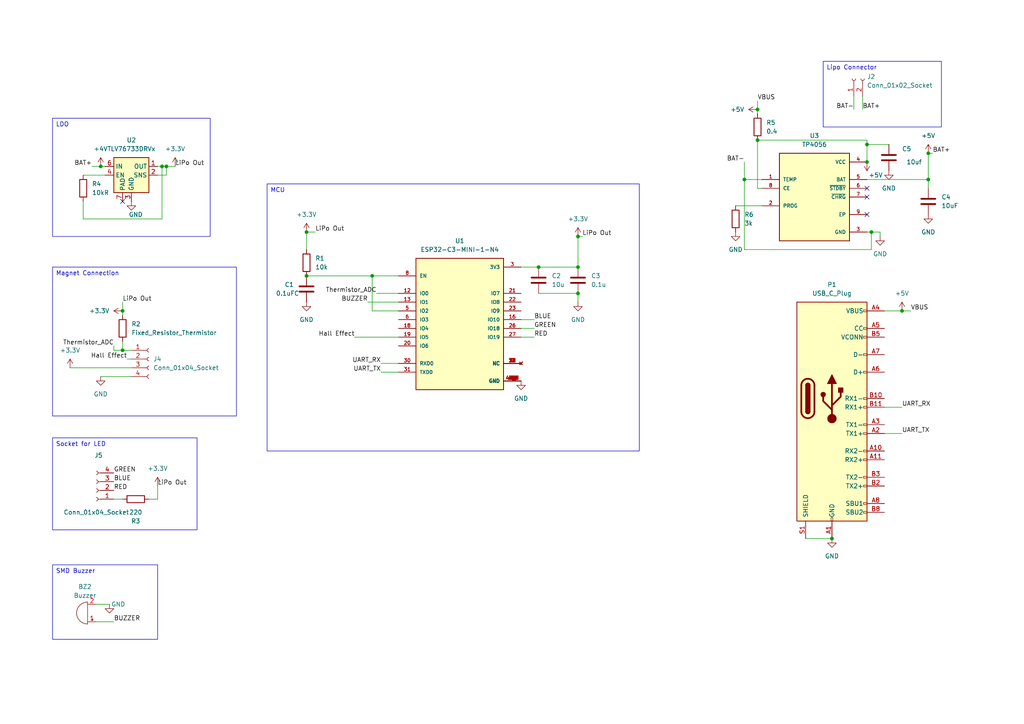
<source format=kicad_sch>
(kicad_sch (version 20230121) (generator eeschema)
  (paper "A4")
  (lib_symbols
    (symbol "Connector:Conn_01x02_Socket" (pin_names (offset 1.016) hide)
      (property "Reference" "J" (at 0 2.54 0))
      (property "Value" "Conn_01x02_Socket" (at 0 -5.08 0))
      (symbol "Conn_01x02_Socket_1_1"
        (arc (start 0 -2.032) (mid -0.5058 -2.54) (end 0 -3.048) (stroke (width 0.1524)))
        (polyline (pts (xy -1.27 -2.54) (xy -0.508 -2.54)) (stroke (width 0.1524)))
        (polyline (pts (xy -1.27 0) (xy -0.508 0)) (stroke (width 0.1524)))
        (arc (start 0 0.508) (mid -0.5058 0) (end 0 -0.508) (stroke (width 0.1524)))
        (pin passive line (at -5.08 0 0) (length 3.81) (name "Pin_1") (number "1"))
        (pin passive line (at -5.08 -2.54 0) (length 3.81) (name "Pin_2") (number "2"))
      )
    )
    (symbol "Connector:Conn_01x04_Socket" (pin_names (offset 1.016) hide)
      (property "Reference" "J" (at 0 5.08 0))
      (property "Value" "Conn_01x04_Socket" (at 0 -7.62 0))
      (symbol "Conn_01x04_Socket_1_1"
        (arc (start 0 -4.572) (mid -0.5058 -5.08) (end 0 -5.588) (stroke (width 0.1524)))
        (arc (start 0 -2.032) (mid -0.5058 -2.54) (end 0 -3.048) (stroke (width 0.1524)))
        (polyline (pts (xy -1.27 -5.08) (xy -0.508 -5.08)) (stroke (width 0.1524)))
        (polyline (pts (xy -1.27 -2.54) (xy -0.508 -2.54)) (stroke (width 0.1524)))
        (polyline (pts (xy -1.27 0) (xy -0.508 0)) (stroke (width 0.1524)))
        (polyline (pts (xy -1.27 2.54) (xy -0.508 2.54)) (stroke (width 0.1524)))
        (arc (start 0 0.508) (mid -0.5058 0) (end 0 -0.508) (stroke (width 0.1524)))
        (arc (start 0 3.048) (mid -0.5058 2.54) (end 0 2.032) (stroke (width 0.1524)))
        (pin passive line (at -5.08 2.54 0) (length 3.81) (name "Pin_1") (number "1"))
        (pin passive line (at -5.08 0 0) (length 3.81) (name "Pin_2") (number "2"))
        (pin passive line (at -5.08 -2.54 0) (length 3.81) (name "Pin_3") (number "3"))
        (pin passive line (at -5.08 -5.08 0) (length 3.81) (name "Pin_4") (number "4"))
      )
    )
    (symbol "Connector:USB_C_Plug" (pin_names (offset 1.016))
      (property "Reference" "P" (at -10.16 29.21 0))
      (property "Value" "USB_C_Plug" (at 10.16 29.21 0))
      (symbol "USB_C_Plug_0_0"
        (rectangle (start -0.254 -35.56) (end 0.254 -34.544))
        (rectangle (start 10.16 -32.766) (end 9.144 -33.274))
        (rectangle (start 10.16 -30.226) (end 9.144 -30.734))
        (rectangle (start 10.16 -25.146) (end 9.144 -25.654))
        (rectangle (start 10.16 -22.606) (end 9.144 -23.114))
        (rectangle (start 10.16 -17.526) (end 9.144 -18.034))
        (rectangle (start 10.16 -14.986) (end 9.144 -15.494))
        (rectangle (start 10.16 -9.906) (end 9.144 -10.414))
        (rectangle (start 10.16 -7.366) (end 9.144 -7.874))
        (rectangle (start 10.16 -2.286) (end 9.144 -2.794))
        (rectangle (start 10.16 0.254) (end 9.144 -0.254))
        (rectangle (start 10.16 7.874) (end 9.144 7.366))
        (rectangle (start 10.16 12.954) (end 9.144 12.446))
        (rectangle (start 10.16 18.034) (end 9.144 17.526))
        (rectangle (start 10.16 20.574) (end 9.144 20.066))
        (rectangle (start 10.16 25.654) (end 9.144 25.146))
      )
      (symbol "USB_C_Plug_0_1"
        (rectangle (start -10.16 27.94) (end 10.16 -35.56) (stroke (width 0.254)) (fill (type background)))
        (arc (start -8.89 -3.81) (mid -6.985 -5.7067) (end -5.08 -3.81) (stroke (width 0.508)))
        (arc (start -7.62 -3.81) (mid -6.985 -4.4423) (end -6.35 -3.81) (stroke (width 0.254)))
        (arc (start -7.62 -3.81) (mid -6.985 -4.4423) (end -6.35 -3.81) (stroke (width 0.254)) (fill (type outline)))
        (rectangle (start -7.62 -3.81) (end -6.35 3.81) (stroke (width 0.254)) (fill (type outline)))
        (arc (start -6.35 3.81) (mid -6.985 4.4423) (end -7.62 3.81) (stroke (width 0.254)))
        (arc (start -6.35 3.81) (mid -6.985 4.4423) (end -7.62 3.81) (stroke (width 0.254)) (fill (type outline)))
        (arc (start -5.08 3.81) (mid -6.985 5.7067) (end -8.89 3.81) (stroke (width 0.508)))
        (polyline (pts (xy -8.89 -3.81) (xy -8.89 3.81)) (stroke (width 0.508)))
        (polyline (pts (xy -5.08 3.81) (xy -5.08 -3.81)) (stroke (width 0.508)))
      )
      (symbol "USB_C_Plug_1_1"
        (circle (center -2.54 1.143) (radius 0.635) (stroke (width 0.254)) (fill (type outline)))
        (circle (center 0 -5.842) (radius 1.27) (fill (type outline)))
        (polyline (pts (xy 0 -5.842) (xy 0 4.318)) (stroke (width 0.508)))
        (polyline (pts (xy 0 -3.302) (xy -2.54 -0.762) (xy -2.54 0.508)) (stroke (width 0.508)))
        (polyline (pts (xy 0 -2.032) (xy 2.54 0.508) (xy 2.54 1.778)) (stroke (width 0.508)))
        (polyline (pts (xy -1.27 4.318) (xy 0 6.858) (xy 1.27 4.318) (xy -1.27 4.318)) (stroke (width 0.254)) (fill (type outline)))
        (rectangle (start 1.905 1.778) (end 3.175 3.048) (stroke (width 0.254)) (fill (type outline)))
        (pin passive line (at 0 -40.64 90) (length 5.08) (name "GND") (number "A1"))
        (pin bidirectional line (at 15.24 -15.24 180) (length 5.08) (name "RX2-") (number "A10"))
        (pin bidirectional line (at 15.24 -17.78 180) (length 5.08) (name "RX2+") (number "A11"))
        (pin passive line (at 0 -40.64 90) (length 5.08) hide (name "GND") (number "A12"))
        (pin bidirectional line (at 15.24 -10.16 180) (length 5.08) (name "TX1+") (number "A2"))
        (pin bidirectional line (at 15.24 -7.62 180) (length 5.08) (name "TX1-") (number "A3"))
        (pin passive line (at 15.24 25.4 180) (length 5.08) (name "VBUS") (number "A4"))
        (pin bidirectional line (at 15.24 20.32 180) (length 5.08) (name "CC") (number "A5"))
        (pin bidirectional line (at 15.24 7.62 180) (length 5.08) (name "D+") (number "A6"))
        (pin bidirectional line (at 15.24 12.7 180) (length 5.08) (name "D-") (number "A7"))
        (pin bidirectional line (at 15.24 -30.48 180) (length 5.08) (name "SBU1") (number "A8"))
        (pin passive line (at 15.24 25.4 180) (length 5.08) hide (name "VBUS") (number "A9"))
        (pin passive line (at 0 -40.64 90) (length 5.08) hide (name "GND") (number "B1"))
        (pin bidirectional line (at 15.24 0 180) (length 5.08) (name "RX1-") (number "B10"))
        (pin bidirectional line (at 15.24 -2.54 180) (length 5.08) (name "RX1+") (number "B11"))
        (pin passive line (at 0 -40.64 90) (length 5.08) hide (name "GND") (number "B12"))
        (pin bidirectional line (at 15.24 -25.4 180) (length 5.08) (name "TX2+") (number "B2"))
        (pin bidirectional line (at 15.24 -22.86 180) (length 5.08) (name "TX2-") (number "B3"))
        (pin passive line (at 15.24 25.4 180) (length 5.08) hide (name "VBUS") (number "B4"))
        (pin bidirectional line (at 15.24 17.78 180) (length 5.08) (name "VCONN") (number "B5"))
        (pin bidirectional line (at 15.24 -33.02 180) (length 5.08) (name "SBU2") (number "B8"))
        (pin passive line (at 15.24 25.4 180) (length 5.08) hide (name "VBUS") (number "B9"))
        (pin passive line (at -7.62 -40.64 90) (length 5.08) (name "SHIELD") (number "S1"))
      )
    )
    (symbol "Device:Buzzer" (pin_names (offset 0.0254) hide)
      (property "Reference" "BZ" (at 3.81 1.27 0))
      (property "Value" "Buzzer" (at 3.81 -1.27 0))
      (symbol "Buzzer_0_1"
        (arc (start 0 -3.175) (mid 3.1612 0) (end 0 3.175))
        (polyline (pts (xy -1.651 1.905) (xy -1.143 1.905)))
        (polyline (pts (xy -1.397 2.159) (xy -1.397 1.651)))
        (polyline (pts (xy 0 3.175) (xy 0 -3.175)))
      )
      (symbol "Buzzer_1_1"
        (pin passive line (at -2.54 2.54 0) (length 2.54) (name "+") (number "1"))
        (pin passive line (at -2.54 -2.54 0) (length 2.54) (name "-") (number "2"))
      )
    )
    (symbol "Device:C" (pin_numbers hide) (pin_names (offset 0.254))
      (property "Reference" "C" (at 0.635 2.54 0))
      (property "Value" "C" (at 0.635 -2.54 0))
      (symbol "C_0_1"
        (polyline (pts (xy -2.032 -0.762) (xy 2.032 -0.762)) (stroke (width 0.508)))
        (polyline (pts (xy -2.032 0.762) (xy 2.032 0.762)) (stroke (width 0.508)))
      )
      (symbol "C_1_1"
        (pin passive line (at 0 3.81 270) (length 2.794) (name "~") (number "1"))
        (pin passive line (at 0 -3.81 90) (length 2.794) (name "~") (number "2"))
      )
    )
    (symbol "Device:R" (pin_numbers hide) (pin_names (offset 0))
      (property "Reference" "R" (at 2.032 0 90))
      (property "Value" "R" (at 0 0 90))
      (symbol "R_0_1"
        (rectangle (start -1.016 -2.54) (end 1.016 2.54) (stroke (width 0.254)))
      )
      (symbol "R_1_1"
        (pin passive line (at 0 3.81 270) (length 1.27) (name "~") (number "1"))
        (pin passive line (at 0 -3.81 90) (length 1.27) (name "~") (number "2"))
      )
    )
    (symbol "ESP32-C3-MINI-1-N4:ESP32-C3-MINI-1-N4" (pin_names (offset 1.016))
      (property "Reference" "U" (at -12.7 18.796 0))
      (property "Value" "ESP32-C3-MINI-1-N4" (at -12.7 -22.86 0))
      (symbol "ESP32-C3-MINI-1-N4_0_0"
        (rectangle (start -12.7 -20.32) (end 12.7 17.78) (stroke (width 0.254)) (fill (type background)))
        (pin power_in line (at 17.78 -17.78 180) (length 5.08) (name "GND") (number "1"))
        (pin no_connect line (at 17.78 -12.7 180) (length 5.08) (name "NC") (number "10"))
        (pin power_in line (at 17.78 -17.78 180) (length 5.08) (name "GND") (number "11"))
        (pin bidirectional line (at -17.78 7.62 0) (length 5.08) (name "IO0") (number "12"))
        (pin bidirectional line (at -17.78 5.08 0) (length 5.08) (name "IO1") (number "13"))
        (pin power_in line (at 17.78 -17.78 180) (length 5.08) (name "GND") (number "14"))
        (pin no_connect line (at 17.78 -12.7 180) (length 5.08) (name "NC") (number "15"))
        (pin bidirectional line (at 17.78 0 180) (length 5.08) (name "IO10") (number "16"))
        (pin no_connect line (at 17.78 -12.7 180) (length 5.08) (name "NC") (number "17"))
        (pin bidirectional line (at -17.78 -2.54 0) (length 5.08) (name "IO4") (number "18"))
        (pin bidirectional line (at -17.78 -5.08 0) (length 5.08) (name "IO5") (number "19"))
        (pin power_in line (at 17.78 -17.78 180) (length 5.08) (name "GND") (number "2"))
        (pin bidirectional line (at -17.78 -7.62 0) (length 5.08) (name "IO6") (number "20"))
        (pin bidirectional line (at 17.78 7.62 180) (length 5.08) (name "IO7") (number "21"))
        (pin bidirectional line (at 17.78 5.08 180) (length 5.08) (name "IO8") (number "22"))
        (pin bidirectional line (at 17.78 2.54 180) (length 5.08) (name "IO9") (number "23"))
        (pin no_connect line (at 17.78 -12.7 180) (length 5.08) (name "NC") (number "24"))
        (pin no_connect line (at 17.78 -12.7 180) (length 5.08) (name "NC") (number "25"))
        (pin bidirectional line (at 17.78 -2.54 180) (length 5.08) (name "IO18") (number "26"))
        (pin bidirectional line (at 17.78 -5.08 180) (length 5.08) (name "IO19") (number "27"))
        (pin no_connect line (at 17.78 -12.7 180) (length 5.08) (name "NC") (number "28"))
        (pin no_connect line (at 17.78 -12.7 180) (length 5.08) (name "NC") (number "29"))
        (pin power_in line (at 17.78 15.24 180) (length 5.08) (name "3V3") (number "3"))
        (pin bidirectional line (at -17.78 -12.7 0) (length 5.08) (name "RXD0") (number "30"))
        (pin bidirectional line (at -17.78 -15.24 0) (length 5.08) (name "TXD0") (number "31"))
        (pin no_connect line (at 17.78 -12.7 180) (length 5.08) (name "NC") (number "32"))
        (pin no_connect line (at 17.78 -12.7 180) (length 5.08) (name "NC") (number "33"))
        (pin no_connect line (at 17.78 -12.7 180) (length 5.08) (name "NC") (number "34"))
        (pin no_connect line (at 17.78 -12.7 180) (length 5.08) (name "NC") (number "35"))
        (pin power_in line (at 17.78 -17.78 180) (length 5.08) (name "GND") (number "36"))
        (pin power_in line (at 17.78 -17.78 180) (length 5.08) (name "GND") (number "37"))
        (pin power_in line (at 17.78 -17.78 180) (length 5.08) (name "GND") (number "38"))
        (pin power_in line (at 17.78 -17.78 180) (length 5.08) (name "GND") (number "39"))
        (pin no_connect line (at 17.78 -12.7 180) (length 5.08) (name "NC") (number "4"))
        (pin power_in line (at 17.78 -17.78 180) (length 5.08) (name "GND") (number "40"))
        (pin power_in line (at 17.78 -17.78 180) (length 5.08) (name "GND") (number "41"))
        (pin power_in line (at 17.78 -17.78 180) (length 5.08) (name "GND") (number "42"))
        (pin power_in line (at 17.78 -17.78 180) (length 5.08) (name "GND") (number "43"))
        (pin power_in line (at 17.78 -17.78 180) (length 5.08) (name "GND") (number "44"))
        (pin power_in line (at 17.78 -17.78 180) (length 5.08) (name "GND") (number "45"))
        (pin power_in line (at 17.78 -17.78 180) (length 5.08) (name "GND") (number "46"))
        (pin power_in line (at 17.78 -17.78 180) (length 5.08) (name "GND") (number "47"))
        (pin power_in line (at 17.78 -17.78 180) (length 5.08) (name "GND") (number "48"))
        (pin power_in line (at 17.78 -17.78 180) (length 5.08) (name "GND") (number "49_1"))
        (pin power_in line (at 17.78 -17.78 180) (length 5.08) (name "GND") (number "49_2"))
        (pin power_in line (at 17.78 -17.78 180) (length 5.08) (name "GND") (number "49_3"))
        (pin power_in line (at 17.78 -17.78 180) (length 5.08) (name "GND") (number "49_4"))
        (pin power_in line (at 17.78 -17.78 180) (length 5.08) (name "GND") (number "49_5"))
        (pin power_in line (at 17.78 -17.78 180) (length 5.08) (name "GND") (number "49_6"))
        (pin power_in line (at 17.78 -17.78 180) (length 5.08) (name "GND") (number "49_7"))
        (pin power_in line (at 17.78 -17.78 180) (length 5.08) (name "GND") (number "49_8"))
        (pin power_in line (at 17.78 -17.78 180) (length 5.08) (name "GND") (number "49_9"))
        (pin bidirectional line (at -17.78 2.54 0) (length 5.08) (name "IO2") (number "5"))
        (pin power_in line (at 17.78 -17.78 180) (length 5.08) (name "GND") (number "50"))
        (pin power_in line (at 17.78 -17.78 180) (length 5.08) (name "GND") (number "51"))
        (pin power_in line (at 17.78 -17.78 180) (length 5.08) (name "GND") (number "52"))
        (pin power_in line (at 17.78 -17.78 180) (length 5.08) (name "GND") (number "53"))
        (pin bidirectional line (at -17.78 0 0) (length 5.08) (name "IO3") (number "6"))
        (pin no_connect line (at 17.78 -12.7 180) (length 5.08) (name "NC") (number "7"))
        (pin input line (at -17.78 12.7 0) (length 5.08) (name "EN") (number "8"))
        (pin no_connect line (at 17.78 -12.7 180) (length 5.08) (name "NC") (number "9"))
      )
    )
    (symbol "Regulator_Linear:TLV76733DRVx"
      (property "Reference" "U" (at 0 8.89 0))
      (property "Value" "TLV76733DRVx" (at 0 6.35 0))
      (symbol "TLV76733DRVx_0_1"
        (rectangle (start -5.08 -5.08) (end 5.08 5.08) (stroke (width 0.254)) (fill (type background)))
      )
      (symbol "TLV76733DRVx_1_1"
        (pin power_out line (at 7.62 2.54 180) (length 2.54) (name "OUT") (number "1"))
        (pin input line (at 7.62 0 180) (length 2.54) (name "SNS") (number "2"))
        (pin power_in line (at 0 -7.62 90) (length 2.54) (name "GND") (number "3"))
        (pin input line (at -7.62 0 0) (length 2.54) (name "EN") (number "4"))
        (pin passive line (at 0 -7.62 90) (length 2.54) hide (name "GND") (number "5"))
        (pin power_in line (at -7.62 2.54 0) (length 2.54) (name "IN") (number "6"))
        (pin passive line (at -2.54 -7.62 90) (length 2.54) (name "PAD") (number "7"))
      )
    )
    (symbol "TP4056:TP4056" (pin_names (offset 1.016))
      (property "Reference" "U" (at -10.16 13.208 0))
      (property "Value" "TP4056" (at -10.16 -15.24 0))
      (symbol "TP4056_0_0"
        (rectangle (start -10.16 -12.7) (end 10.16 12.7) (stroke (width 0.254)) (fill (type background)))
        (pin input line (at -15.24 5.08 0) (length 5.08) (name "TEMP") (number "1"))
        (pin bidirectional line (at -15.24 -2.54 0) (length 5.08) (name "PROG") (number "2"))
        (pin power_in line (at 15.24 -10.16 180) (length 5.08) (name "GND") (number "3"))
        (pin power_in line (at 15.24 10.16 180) (length 5.08) (name "VCC") (number "4"))
        (pin output line (at 15.24 5.08 180) (length 5.08) (name "BAT") (number "5"))
        (pin output line (at 15.24 2.54 180) (length 5.08) (name "~{STDBY}") (number "6"))
        (pin output line (at 15.24 0 180) (length 5.08) (name "~{CHRG}") (number "7"))
        (pin input line (at -15.24 2.54 0) (length 5.08) (name "CE") (number "8"))
        (pin passive line (at 15.24 -5.08 180) (length 5.08) (name "EP") (number "9"))
      )
    )
    (symbol "power:+3.3V" (power) (pin_names (offset 0))
      (property "Value" "+3.3V" (at 0 3.556 0))
      (symbol "+3.3V_0_1"
        (polyline (pts (xy -0.762 1.27) (xy 0 2.54)))
        (polyline (pts (xy 0 0) (xy 0 2.54)))
        (polyline (pts (xy 0 2.54) (xy 0.762 1.27)))
      )
      (symbol "+3.3V_1_1"
        (pin power_in line (at 0 0 90) (length 0) hide (name "+3.3V") (number "1"))
      )
    )
    (symbol "power:+4V" (power) (pin_names (offset 0))
      (property "Value" "+4V" (at 0 3.556 0))
      (symbol "+4V_0_1"
        (polyline (pts (xy -0.762 1.27) (xy 0 2.54)))
        (polyline (pts (xy 0 0) (xy 0 2.54)))
        (polyline (pts (xy 0 2.54) (xy 0.762 1.27)))
      )
      (symbol "+4V_1_1"
        (pin power_in line (at 0 0 90) (length 0) hide (name "+4V") (number "1"))
      )
    )
    (symbol "power:+5V" (power) (pin_names (offset 0))
      (property "Value" "+5V" (at 0 3.556 0))
      (symbol "+5V_0_1"
        (polyline (pts (xy -0.762 1.27) (xy 0 2.54)))
        (polyline (pts (xy 0 0) (xy 0 2.54)))
        (polyline (pts (xy 0 2.54) (xy 0.762 1.27)))
      )
      (symbol "+5V_1_1"
        (pin power_in line (at 0 0 90) (length 0) hide (name "+5V") (number "1"))
      )
    )
    (symbol "power:GND" (power) (pin_names (offset 0))
      (property "Value" "GND" (at 0 -3.81 0))
      (symbol "GND_0_1"
        (polyline (pts (xy 0 0) (xy 0 -1.27) (xy 1.27 -1.27) (xy 0 -2.54) (xy -1.27 -1.27) (xy 0 -1.27)))
      )
      (symbol "GND_1_1"
        (pin power_in line (at 0 0 270) (length 0) hide (name "GND") (number "1"))
      )
    )
  )
  (junction (at 269.24 44.45))
  (junction (at 219.71 40.64))
  (junction (at 167.64 85.09))
  (junction (at 88.9 67.31))
  (junction (at 156.21 77.47))
  (junction (at 35.56 90.17))
  (junction (at 251.46 46.99))
  (junction (at 261.62 90.17))
  (junction (at 252.73 67.31))
  (junction (at 107.95 80.01))
  (junction (at 46.99 48.26))
  (junction (at 219.71 31.75))
  (junction (at 29.21 48.26))
  (junction (at 88.9 80.01))
  (junction (at 215.9 52.07))
  (junction (at 269.24 52.07))
  (junction (at 48.26 48.26))
  (junction (at 241.3 156.21))
  (junction (at 167.64 68.58))
  (junction (at 251.46 41.91))
  (junction (at 35.56 101.6))
  (junction (at 167.64 77.47))
  (no_connect (at 251.46 62.23))
  (no_connect (at 251.46 57.15))
  (no_connect (at 35.56 58.42))
  (no_connect (at 251.46 54.61))
  (wire (pts (xy 24.13 63.5) (xy 46.99 63.5)))
  (wire (pts (xy 35.56 90.17) (xy 35.56 91.44)))
  (wire (pts (xy 102.87 97.79) (xy 115.57 97.79)))
  (wire (pts (xy 168.91 68.58) (xy 167.64 68.58)))
  (wire (pts (xy 110.49 105.41) (xy 115.57 105.41)))
  (wire (pts (xy 46.99 48.26) (xy 48.26 48.26)))
  (wire (pts (xy 106.68 87.63) (xy 115.57 87.63)))
  (wire (pts (xy 215.9 72.39) (xy 252.73 72.39)))
  (wire (pts (xy 219.71 54.61) (xy 220.98 54.61)))
  (wire (pts (xy 247.65 27.94) (xy 247.65 31.75)))
  (wire (pts (xy 48.26 50.8) (xy 48.26 48.26)))
  (wire (pts (xy 256.54 125.73) (xy 261.62 125.73)))
  (wire (pts (xy 20.32 106.68) (xy 38.1 106.68)))
  (wire (pts (xy 109.22 85.09) (xy 115.57 85.09)))
  (wire (pts (xy 219.71 31.75) (xy 219.71 33.02)))
  (wire (pts (xy 256.54 118.11) (xy 261.62 118.11)))
  (wire (pts (xy 219.71 29.21) (xy 219.71 31.75)))
  (wire (pts (xy 156.21 77.47) (xy 167.64 77.47)))
  (wire (pts (xy 33.02 144.78) (xy 35.56 144.78)))
  (wire (pts (xy 151.13 77.47) (xy 156.21 77.47)))
  (wire (pts (xy 24.13 58.42) (xy 24.13 63.5)))
  (wire (pts (xy 219.71 40.64) (xy 251.46 40.64)))
  (wire (pts (xy 24.13 50.8) (xy 30.48 50.8)))
  (wire (pts (xy 45.72 48.26) (xy 46.99 48.26)))
  (wire (pts (xy 215.9 46.99) (xy 215.9 52.07)))
  (wire (pts (xy 255.27 68.58) (xy 255.27 67.31)))
  (wire (pts (xy 151.13 97.79) (xy 154.94 97.79)))
  (wire (pts (xy 45.72 50.8) (xy 48.26 50.8)))
  (wire (pts (xy 219.71 40.64) (xy 219.71 54.61)))
  (wire (pts (xy 269.24 52.07) (xy 269.24 54.61)))
  (wire (pts (xy 35.56 99.06) (xy 35.56 101.6)))
  (wire (pts (xy 107.95 80.01) (xy 115.57 80.01)))
  (wire (pts (xy 251.46 46.99) (xy 251.46 41.91)))
  (wire (pts (xy 269.24 44.45) (xy 269.24 52.07)))
  (wire (pts (xy 107.95 90.17) (xy 107.95 80.01)))
  (wire (pts (xy 35.56 87.63) (xy 35.56 90.17)))
  (wire (pts (xy 46.99 63.5) (xy 46.99 48.26)))
  (wire (pts (xy 156.21 85.09) (xy 167.64 85.09)))
  (wire (pts (xy 151.13 95.25) (xy 154.94 95.25)))
  (wire (pts (xy 115.57 90.17) (xy 107.95 90.17)))
  (wire (pts (xy 151.13 92.71) (xy 154.94 92.71)))
  (wire (pts (xy 33.02 101.6) (xy 35.56 101.6)))
  (wire (pts (xy 91.44 67.31) (xy 88.9 67.31)))
  (wire (pts (xy 29.21 48.26) (xy 30.48 48.26)))
  (wire (pts (xy 261.62 90.17) (xy 264.16 90.17)))
  (wire (pts (xy 213.36 59.69) (xy 220.98 59.69)))
  (wire (pts (xy 27.94 175.26) (xy 31.75 175.26)))
  (wire (pts (xy 36.83 104.14) (xy 38.1 104.14)))
  (wire (pts (xy 27.94 180.34) (xy 33.02 180.34)))
  (wire (pts (xy 45.72 140.97) (xy 45.72 144.78)))
  (wire (pts (xy 256.54 90.17) (xy 261.62 90.17)))
  (wire (pts (xy 167.64 85.09) (xy 167.64 87.63)))
  (wire (pts (xy 88.9 67.31) (xy 88.9 72.39)))
  (wire (pts (xy 215.9 52.07) (xy 215.9 72.39)))
  (wire (pts (xy 255.27 67.31) (xy 252.73 67.31)))
  (wire (pts (xy 251.46 52.07) (xy 269.24 52.07)))
  (wire (pts (xy 35.56 101.6) (xy 38.1 101.6)))
  (wire (pts (xy 43.18 144.78) (xy 45.72 144.78)))
  (wire (pts (xy 167.64 68.58) (xy 167.64 77.47)))
  (wire (pts (xy 48.26 48.26) (xy 50.8 48.26)))
  (wire (pts (xy 252.73 72.39) (xy 252.73 67.31)))
  (wire (pts (xy 250.19 27.94) (xy 250.19 31.75)))
  (wire (pts (xy 29.21 109.22) (xy 38.1 109.22)))
  (wire (pts (xy 110.49 107.95) (xy 115.57 107.95)))
  (wire (pts (xy 233.68 156.21) (xy 241.3 156.21)))
  (wire (pts (xy 251.46 41.91) (xy 251.46 40.64)))
  (wire (pts (xy 26.67 48.26) (xy 29.21 48.26)))
  (wire (pts (xy 33.02 100.33) (xy 33.02 101.6)))
  (wire (pts (xy 215.9 52.07) (xy 220.98 52.07)))
  (wire (pts (xy 88.9 80.01) (xy 107.95 80.01)))
  (wire (pts (xy 252.73 67.31) (xy 251.46 67.31)))
  (wire (pts (xy 269.24 44.45) (xy 270.51 44.45)))
  (wire (pts (xy 251.46 41.91) (xy 257.81 41.91)))
  (text_box "LDO\n" (at 15.24 34.29 0) (size 45.72 34.29) (effects (font (size 1.27 1.27)) (justify left top)))
  (text_box "SMD Buzzer\n" (at 15.24 163.83 0) (size 30.48 21.59) (effects (font (size 1.27 1.27)) (justify left top)))
  (text_box "Magnet Connection\n" (at 15.24 77.47 0) (size 53.34 43.18) (effects (font (size 1.27 1.27)) (justify left top)))
  (text_box "MCU\n" (at 77.47 53.34 0) (size 107.95 77.47) (effects (font (size 1.27 1.27)) (justify left top)))
  (text_box "Socket for LED\n" (at 15.24 127 0) (size 41.91 26.67) (effects (font (size 1.27 1.27)) (justify left top)))
  (text_box "Lipo Connector\n" (at 238.76 17.78 0) (size 34.29 19.05) (effects (font (size 1.27 1.27)) (justify left top)))
  (label "BAT-" (at 215.9 46.99 180))
  (label "BUZZER" (at 33.02 180.34 0))
  (label "UART_RX" (at 261.62 118.11 0))
  (label "BLUE" (at 33.02 139.7 0))
  (label "LiPo Out" (at 35.56 87.63 0))
  (label "LiPo Out" (at 168.91 68.58 0))
  (label "UART_RX" (at 110.49 105.41 180))
  (label "BAT+" (at 250.19 31.75 0))
  (label "BAT+" (at 26.67 48.26 180))
  (label "RED" (at 154.94 97.79 0))
  (label "BUZZER" (at 106.68 87.63 180))
  (label "GREEN" (at 154.94 95.25 0))
  (label "BAT-" (at 247.65 31.75 180))
  (label "LiPo Out" (at 91.44 67.31 0))
  (label "LiPo Out" (at 45.72 140.97 0))
  (label "LiPo Out" (at 50.8 48.26 0))
  (label "Hall Effect" (at 36.83 104.14 180))
  (label "UART_TX" (at 110.49 107.95 180))
  (label "Thermistor_ADC" (at 109.22 85.09 180))
  (label "GREEN" (at 33.02 137.16 0))
  (label "Thermistor_ADC" (at 33.02 100.33 180))
  (label "RED" (at 33.02 142.24 0))
  (label "Hall Effect" (at 102.87 97.79 180))
  (label "UART_TX" (at 261.62 125.73 0))
  (label "BAT+" (at 270.51 44.45 0))
  (label "BLUE" (at 154.94 92.71 0))
  (label "VBUS" (at 219.71 29.21 0))
  (label "VBUS" (at 264.16 90.17 0))
  (symbol (lib_id "power:GND") (at 257.81 49.53 0) (unit 1)
    (property "Reference" "#PWR021" (effects hide))
    (property "Value" "GND" (at 257.81 54.61 0))
  )
  (symbol (lib_id "power:+3.3V") (at 167.64 68.58 0) (unit 1)
    (property "Reference" "#PWR01" (effects hide))
    (property "Value" "+3.3V" (at 167.64 63.5 0))
  )
  (symbol (lib_id "power:+5V") (at 261.62 90.17 0) (unit 1)
    (property "Reference" "#PWR012" (effects hide))
    (property "Value" "+5V" (at 261.62 85.09 0))
  )
  (symbol (lib_id "TP4056:TP4056") (at 236.22 57.15 0) (unit 1)
    (property "Reference" "U3" (at 236.22 39.37 0))
    (property "Value" "TP4056" (at 236.22 41.91 0))
    (property "Footprint" "TP4056:SOP127P600X175-9N" (effects hide))
    (property "MF" "NanJing Top Power ASIC Corp." (effects hide))
    (property "MAXIMUM_PACKAGE_HEIGHT" "1.75mm" (effects hide))
    (property "Package" "Package" (effects hide))
    (property "Price" "None" (effects hide))
    (property "Check_prices" "https://www.snapeda.com/parts/TP4056/NanJing+Top+Power+ASIC+Corp./view-part/?ref=eda" (effects hide))
    (property "STANDARD" "IPC 7351B" (effects hide))
    (property "SnapEDA_Link" "https://www.snapeda.com/parts/TP4056/NanJing+Top+Power+ASIC+Corp./view-part/?ref=snap" (effects hide))
    (property "MP" "TP4056" (effects hide))
    (property "Description" "\n                        \n                            Complete single cell Li-Ion battery with a constant current / constant voltage linear charger\n                        \n" (effects hide))
    (property "Availability" "Not in stock" (effects hide))
    (property "MANUFACTURER" "NanJing Top Power ASIC Corp." (effects hide))
  )
  (symbol (lib_id "Device:C") (at 88.9 83.82 0) (unit 1)
    (property "Reference" "C1" (at 82.55 82.55 0) (effects (justify left)))
    (property "Value" "0.1uFC" (at 80.01 85.09 0) (effects (justify left)))
  )
  (symbol (lib_id "Device:C") (at 156.21 81.28 0) (unit 1)
    (property "Reference" "C2" (at 160.02 80.01 0) (effects (justify left)))
    (property "Value" "10u" (at 160.02 82.55 0) (effects (justify left)))
  )
  (symbol (lib_id "power:+5V") (at 219.71 31.75 90) (unit 1)
    (property "Reference" "#PWR014" (effects hide))
    (property "Value" "+5V" (at 215.9 31.75 90) (effects (justify left)))
  )
  (symbol (lib_id "power:GND") (at 29.21 109.22 0) (unit 1)
    (property "Reference" "#PWR016" (effects hide))
    (property "Value" "GND" (at 29.21 114.3 0))
  )
  (symbol (lib_id "power:GND") (at 255.27 68.58 0) (unit 1)
    (property "Reference" "#PWR018" (effects hide))
    (property "Value" "GND" (at 255.27 73.66 0))
  )
  (symbol (lib_id "Device:R") (at 88.9 76.2 0) (unit 1)
    (property "Reference" "R1" (at 91.44 74.93 0) (effects (justify left)))
    (property "Value" "10k" (at 91.44 77.47 0) (effects (justify left)))
  )
  (symbol (lib_id "Connector:USB_C_Plug") (at 241.3 115.57 0) (unit 1)
    (property "Reference" "P1" (at 241.3 82.55 0))
    (property "Value" "USB_C_Plug" (at 241.3 85.09 0))
    (property "Datasheet" "https://www.usb.org/sites/default/files/documents/usb_type-c.zip" (effects hide))
  )
  (symbol (lib_id "power:GND") (at 38.1 58.42 0) (unit 1)
    (property "Reference" "#PWR017" (effects hide))
    (property "Value" "GND" (at 39.37 62.23 0))
  )
  (symbol (lib_id "Device:Buzzer") (at 25.4 177.8 180) (unit 1)
    (property "Reference" "BZ2" (at 24.6449 170.18 0))
    (property "Value" "Buzzer" (at 24.6449 172.72 0))
  )
  (symbol (lib_id "Device:C") (at 257.81 45.72 0) (unit 1)
    (property "Reference" "C5" (at 261.62 43.18 0) (effects (justify left)))
    (property "Value" "10uf" (at 262.89 46.99 0) (effects (justify left)))
  )
  (symbol (lib_id "Device:C") (at 167.64 81.28 0) (unit 1)
    (property "Reference" "C3" (at 171.45 80.01 0) (effects (justify left)))
    (property "Value" "0.1u" (at 171.45 82.55 0) (effects (justify left)))
  )
  (symbol (lib_id "power:+5V") (at 269.24 44.45 0) (unit 1)
    (property "Reference" "#PWR011" (effects hide))
    (property "Value" "+5V" (at 269.24 39.37 0))
  )
  (symbol (lib_id "power:+3.3V") (at 35.56 90.17 90) (unit 1)
    (property "Reference" "#PWR03" (effects hide))
    (property "Value" "+3.3V" (at 31.75 90.17 90) (effects (justify left)))
  )
  (symbol (lib_id "power:GND") (at 31.75 175.26 0) (unit 1)
    (property "Reference" "#PWR013" (effects hide))
    (property "Value" "GND" (at 34.29 175.26 0))
  )
  (symbol (lib_id "Regulator_Linear:TLV76733DRVx") (at 38.1 50.8 0) (unit 1)
    (property "Reference" "U2" (at 38.1 40.64 0))
    (property "Value" "TLV76733DRVx" (at 38.1 43.18 0))
    (property "Footprint" "Package_SON:WSON-6-1EP_2x2mm_P0.65mm_EP1x1.6mm_ThermalVias" (effects hide))
    (property "Datasheet" "www.ti.com/lit/gpn/TLV767" (effects hide))
  )
  (symbol (lib_id "Device:R") (at 35.56 95.25 0) (unit 1)
    (property "Reference" "R2" (at 38.1 93.98 0) (effects (justify left)))
    (property "Value" "Fixed_Resistor_Thermistor" (at 38.1 96.52 0) (effects (justify left)))
  )
  (symbol (lib_id "Connector:Conn_01x04_Socket") (at 27.94 142.24 180) (unit 1)
    (property "Reference" "J5" (at 28.575 132.08 0))
    (property "Value" "Conn_01x04_Socket" (at 27.94 148.59 0))
  )
  (symbol (lib_id "power:+3.3V") (at 50.8 48.26 0) (unit 1)
    (property "Reference" "#PWR08" (effects hide))
    (property "Value" "+3.3V" (at 50.8 43.18 0))
  )
  (symbol (lib_id "power:+4V") (at 29.21 48.26 0) (unit 1)
    (property "Reference" "#PWR010" (effects hide))
    (property "Value" "+4V" (at 29.21 43.18 0))
  )
  (symbol (lib_id "Device:R") (at 24.13 54.61 0) (unit 1)
    (property "Reference" "R4" (at 26.67 53.34 0) (effects (justify left)))
    (property "Value" "10kR" (at 26.67 55.88 0) (effects (justify left)))
  )
  (symbol (lib_id "power:+3.3V") (at 20.32 106.68 0) (unit 1)
    (property "Reference" "#PWR015" (effects hide))
    (property "Value" "+3.3V" (at 20.32 101.6 0))
  )
  (symbol (lib_id "power:GND") (at 151.13 110.49 0) (unit 1)
    (property "Reference" "#PWR02" (effects hide))
    (property "Value" "GND" (at 151.13 115.57 0))
  )
  (symbol (lib_id "power:GND") (at 213.36 67.31 0) (unit 1)
    (property "Reference" "#PWR022" (effects hide))
    (property "Value" "GND" (at 213.36 72.39 0))
  )
  (symbol (lib_id "Device:R") (at 39.37 144.78 270) (mirror x) (unit 1)
    (property "Reference" "R3" (at 39.37 151.13 90))
    (property "Value" "220" (at 39.37 148.59 90))
  )
  (symbol (lib_id "Device:R") (at 213.36 63.5 0) (unit 1)
    (property "Reference" "R6" (at 215.9 62.23 0) (effects (justify left)))
    (property "Value" "3k" (at 215.9 64.77 0) (effects (justify left)))
  )
  (symbol (lib_id "Connector:Conn_01x02_Socket") (at 247.65 22.86 90) (unit 1)
    (property "Reference" "J2" (at 251.46 22.225 90) (effects (justify right)))
    (property "Value" "Conn_01x02_Socket" (at 251.46 24.765 90) (effects (justify right)))
  )
  (symbol (lib_id "ESP32-C3-MINI-1-N4:ESP32-C3-MINI-1-N4") (at 133.35 92.71 0) (unit 1)
    (property "Reference" "U1" (at 133.35 69.85 0))
    (property "Value" "ESP32-C3-MINI-1-N4" (at 133.35 72.39 0))
    (property "Footprint" "ESP32-C3-MINI-1-N4:XCVR_ESP32-C3-MINI-1-N4" (effects hide))
    (property "MF" "Espressif Systems" (effects hide))
    (property "MAXIMUM_PACKAGE_HEIGHT" "2.55mm" (effects hide))
    (property "Package" "SMD-53 Espressif Systems" (effects hide))
    (property "Price" "None" (effects hide))
    (property "Check_prices" "https://www.snapeda.com/parts/ESP32-C3-MINI-1-N4/Espressif+Systems/view-part/?ref=eda" (effects hide))
    (property "STANDARD" "Manufacturer Recommendations" (effects hide))
    (property "PARTREV" "v1.0" (effects hide))
    (property "SnapEDA_Link" "https://www.snapeda.com/parts/ESP32-C3-MINI-1-N4/Espressif+Systems/view-part/?ref=snap" (effects hide))
    (property "MP" "ESP32-C3-MINI-1-N4" (effects hide))
    (property "Purchase-URL" "https://www.snapeda.com/api/url_track_click_mouser/?unipart_id=5656579&manufacturer=Espressif Systems&part_name=ESP32-C3-MINI-1-N4&search_term=None" (effects hide))
    (property "Description" "\nBluetooth, WiFi 802.11b/g/n, Bluetooth v5.0 Transceiver Module 2.412GHz ~ 2.484GHz PCB Trace Surface Mount\n" (effects hide))
    (property "Availability" "In Stock" (effects hide))
    (property "MANUFACTURER" "Espressif Systems" (effects hide))
  )
  (symbol (lib_id "Device:R") (at 219.71 36.83 0) (unit 1)
    (property "Reference" "R5" (at 222.25 35.56 0) (effects (justify left)))
    (property "Value" "0.4" (at 222.25 38.1 0) (effects (justify left)))
  )
  (symbol (lib_id "Connector:Conn_01x04_Socket") (at 43.18 104.14 0) (unit 1)
    (property "Reference" "J4" (at 44.45 104.14 0) (effects (justify left)))
    (property "Value" "Conn_01x04_Socket" (at 44.45 106.68 0) (effects (justify left)))
  )
  (symbol (lib_id "power:GND") (at 167.64 87.63 0) (unit 1)
    (property "Reference" "#PWR05" (effects hide))
    (property "Value" "GND" (at 167.64 92.71 0))
  )
  (symbol (lib_id "power:+5V") (at 251.46 46.99 180) (unit 1)
    (property "Reference" "#PWR020" (effects hide))
    (property "Value" "+5V" (at 254 50.8 0))
  )
  (symbol (lib_id "power:+3.3V") (at 45.72 140.97 0) (unit 1)
    (property "Reference" "#PWR06" (effects hide))
    (property "Value" "+3.3V" (at 45.72 135.89 0))
  )
  (symbol (lib_id "power:GND") (at 269.24 62.23 0) (unit 1)
    (property "Reference" "#PWR019" (effects hide))
    (property "Value" "GND" (at 269.24 67.31 0))
  )
  (symbol (lib_id "Device:C") (at 269.24 58.42 0) (unit 1)
    (property "Reference" "C4" (at 273.05 57.15 0) (effects (justify left)))
    (property "Value" "10uF" (at 273.05 59.69 0) (effects (justify left)))
  )
  (symbol (lib_id "power:+3.3V") (at 88.9 67.31 0) (unit 1)
    (property "Reference" "#PWR07" (effects hide))
    (property "Value" "+3.3V" (at 88.9 62.23 0))
  )
  (symbol (lib_id "power:GND") (at 241.3 156.21 0) (unit 1)
    (property "Reference" "#PWR09" (effects hide))
    (property "Value" "GND" (at 241.3 161.29 0))
  )
  (symbol (lib_id "power:GND") (at 88.9 87.63 0) (unit 1)
    (property "Reference" "#PWR04" (effects hide))
    (property "Value" "GND" (at 88.9 92.71 0))
  )
)
</source>
